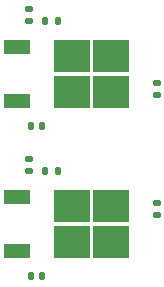
<source format=gbr>
%TF.GenerationSoftware,KiCad,Pcbnew,6.0.2+dfsg-1*%
%TF.CreationDate,2023-01-01T10:44:38-05:00*%
%TF.ProjectId,LM317,4c4d3331-372e-46b6-9963-61645f706362,rev?*%
%TF.SameCoordinates,Original*%
%TF.FileFunction,Paste,Top*%
%TF.FilePolarity,Positive*%
%FSLAX46Y46*%
G04 Gerber Fmt 4.6, Leading zero omitted, Abs format (unit mm)*
G04 Created by KiCad (PCBNEW 6.0.2+dfsg-1) date 2023-01-01 10:44:38*
%MOMM*%
%LPD*%
G01*
G04 APERTURE LIST*
G04 Aperture macros list*
%AMRoundRect*
0 Rectangle with rounded corners*
0 $1 Rounding radius*
0 $2 $3 $4 $5 $6 $7 $8 $9 X,Y pos of 4 corners*
0 Add a 4 corners polygon primitive as box body*
4,1,4,$2,$3,$4,$5,$6,$7,$8,$9,$2,$3,0*
0 Add four circle primitives for the rounded corners*
1,1,$1+$1,$2,$3*
1,1,$1+$1,$4,$5*
1,1,$1+$1,$6,$7*
1,1,$1+$1,$8,$9*
0 Add four rect primitives between the rounded corners*
20,1,$1+$1,$2,$3,$4,$5,0*
20,1,$1+$1,$4,$5,$6,$7,0*
20,1,$1+$1,$6,$7,$8,$9,0*
20,1,$1+$1,$8,$9,$2,$3,0*%
G04 Aperture macros list end*
%ADD10R,3.050000X2.750000*%
%ADD11R,2.200000X1.200000*%
%ADD12RoundRect,0.135000X0.185000X-0.135000X0.185000X0.135000X-0.185000X0.135000X-0.185000X-0.135000X0*%
%ADD13RoundRect,0.135000X0.135000X0.185000X-0.135000X0.185000X-0.135000X-0.185000X0.135000X-0.185000X0*%
%ADD14RoundRect,0.140000X-0.170000X0.140000X-0.170000X-0.140000X0.170000X-0.140000X0.170000X0.140000X0*%
%ADD15RoundRect,0.140000X-0.140000X-0.170000X0.140000X-0.170000X0.140000X0.170000X-0.140000X0.170000X0*%
G04 APERTURE END LIST*
D10*
%TO.C,U2*%
X94405000Y-67055000D03*
X94405000Y-70105000D03*
X97755000Y-67055000D03*
X97755000Y-70105000D03*
D11*
X89780000Y-66300000D03*
X89780000Y-70860000D03*
%TD*%
D12*
%TO.C,R4*%
X90805000Y-64135000D03*
X90805000Y-63115000D03*
%TD*%
D13*
%TO.C,R3*%
X93220000Y-64135000D03*
X92200000Y-64135000D03*
%TD*%
D14*
%TO.C,C4*%
X101600000Y-66830000D03*
X101600000Y-67790000D03*
%TD*%
D15*
%TO.C,C3*%
X90960000Y-73025000D03*
X91920000Y-73025000D03*
%TD*%
D10*
%TO.C,U1*%
X94405000Y-54355000D03*
X94405000Y-57405000D03*
X97755000Y-54355000D03*
X97755000Y-57405000D03*
D11*
X89780000Y-53600000D03*
X89780000Y-58160000D03*
%TD*%
D12*
%TO.C,R2*%
X90805000Y-51435000D03*
X90805000Y-50415000D03*
%TD*%
D13*
%TO.C,R1*%
X93220000Y-51435000D03*
X92200000Y-51435000D03*
%TD*%
D14*
%TO.C,C2*%
X101600000Y-56670000D03*
X101600000Y-57630000D03*
%TD*%
D15*
%TO.C,C1*%
X90960000Y-60325000D03*
X91920000Y-60325000D03*
%TD*%
M02*

</source>
